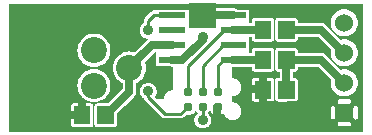
<source format=gtl>
G04 start of page 2 for group 0 idx 0 *
G04 Title: wearlink, top *
G04 Creator: pcb 1.99z *
G04 CreationDate: Sat Feb 23 13:18:20 2013 UTC *
G04 For: dijkstra *
G04 Format: Gerber/RS-274X *
G04 PCB-Dimensions (mil): 1326.38 433.46 *
G04 PCB-Coordinate-Origin: lower left *
%MOIN*%
%FSLAX25Y25*%
%LNTOP*%
%ADD82C,0.0787*%
%ADD81C,0.0390*%
%ADD80C,0.0380*%
%ADD79C,0.0413*%
%ADD78C,0.0394*%
%ADD77C,0.0200*%
%ADD76C,0.0360*%
%ADD75R,0.0200X0.0200*%
%ADD74C,0.0310*%
%ADD73R,0.0551X0.0551*%
%ADD72C,0.0600*%
%ADD71C,0.0866*%
%ADD70C,0.0100*%
%ADD69C,0.0250*%
%ADD68C,0.0001*%
G54D68*G36*
X62417Y7631D02*X62633Y7278D01*
X62914Y6949D01*
X63196Y6708D01*
X62876Y6435D01*
X62590Y6100D01*
X62360Y5724D01*
X62191Y5317D01*
X62088Y4888D01*
X62054Y4449D01*
X62088Y4009D01*
X62191Y3581D01*
X62360Y3174D01*
X62590Y2798D01*
X62876Y2463D01*
X63211Y2177D01*
X63587Y1946D01*
X63994Y1778D01*
X64423Y1675D01*
X64862Y1640D01*
X65302Y1675D01*
X65730Y1778D01*
X66137Y1946D01*
X66513Y2177D01*
X66848Y2463D01*
X67134Y2798D01*
X67365Y3174D01*
X67533Y3581D01*
X67636Y4009D01*
X67662Y4449D01*
X67636Y4888D01*
X67533Y5317D01*
X67365Y5724D01*
X67134Y6100D01*
X66848Y6435D01*
X66528Y6708D01*
X66811Y6949D01*
X67091Y7278D01*
X67107Y7303D01*
X67201Y7457D01*
X67256Y7547D01*
X67307Y7631D01*
X67319Y7602D01*
X67553Y7220D01*
X67844Y6880D01*
X68185Y6589D01*
X68566Y6355D01*
X68980Y6183D01*
X69416Y6079D01*
X69862Y6044D01*
X70309Y6079D01*
X70744Y6183D01*
X71158Y6355D01*
X71540Y6589D01*
X71880Y6880D01*
X71939Y6948D01*
X71940Y6935D01*
X72048Y6483D01*
X72226Y6054D01*
X72468Y5658D01*
X72770Y5305D01*
X73123Y5004D01*
X73519Y4761D01*
X73948Y4583D01*
X74399Y4475D01*
X74862Y4439D01*
X75325Y4475D01*
X75777Y4583D01*
X76206Y4761D01*
X76602Y5004D01*
X76955Y5305D01*
X77256Y5658D01*
X77499Y6054D01*
X77676Y6483D01*
X77785Y6935D01*
X77812Y7398D01*
X77785Y7861D01*
X77676Y8312D01*
X77499Y8741D01*
X77321Y9031D01*
X85295D01*
Y531D01*
X295D01*
Y9031D01*
X20952D01*
X20949Y8976D01*
X20958Y2914D01*
X20995Y2761D01*
X21055Y2616D01*
X21138Y2482D01*
X21240Y2362D01*
X21360Y2260D01*
X21494Y2177D01*
X21639Y2117D01*
X21792Y2080D01*
X21949Y2071D01*
X27617Y2080D01*
X27770Y2117D01*
X27916Y2177D01*
X28050Y2260D01*
X28170Y2362D01*
X28272Y2482D01*
X28354Y2616D01*
X28414Y2761D01*
X28451Y2914D01*
X28460Y3071D01*
X28451Y9031D01*
X28826D01*
X28823Y8976D01*
X28832Y2914D01*
X28869Y2761D01*
X28929Y2616D01*
X29012Y2482D01*
X29114Y2362D01*
X29234Y2260D01*
X29368Y2177D01*
X29513Y2117D01*
X29666Y2080D01*
X29823Y2071D01*
X35491Y2080D01*
X35644Y2117D01*
X35790Y2177D01*
X35924Y2260D01*
X36044Y2362D01*
X36146Y2482D01*
X36228Y2616D01*
X36288Y2761D01*
X36325Y2914D01*
X36334Y3071D01*
X36329Y6592D01*
X38769Y9031D01*
X47674D01*
X51193Y5512D01*
X51231Y5468D01*
X51411Y5314D01*
X51612Y5191D01*
X51830Y5101D01*
X52060Y5045D01*
X52295Y5027D01*
X52354Y5031D01*
X57437D01*
X57496Y5027D01*
X57731Y5045D01*
X57731Y5045D01*
X57961Y5101D01*
X58179Y5191D01*
X58380Y5314D01*
X58560Y5468D01*
X58598Y5512D01*
X59213Y6127D01*
X59416Y6079D01*
X59862Y6044D01*
X60309Y6079D01*
X60744Y6183D01*
X61158Y6355D01*
X61540Y6589D01*
X61880Y6880D01*
X62171Y7220D01*
X62405Y7602D01*
X62417Y7631D01*
G37*
G36*
X33346Y9973D02*X29666Y9967D01*
X29513Y9930D01*
X29368Y9870D01*
X29234Y9788D01*
X29114Y9685D01*
X29012Y9566D01*
X28929Y9432D01*
X28869Y9286D01*
X28832Y9133D01*
X28823Y8976D01*
X28832Y2914D01*
X28869Y2761D01*
X28929Y2616D01*
X29012Y2482D01*
X29114Y2362D01*
X29234Y2260D01*
X29368Y2177D01*
X29513Y2117D01*
X29666Y2080D01*
X29823Y2071D01*
X35491Y2080D01*
X35644Y2117D01*
X35790Y2177D01*
X35924Y2260D01*
X36044Y2362D01*
X36146Y2482D01*
X36228Y2616D01*
X36288Y2761D01*
X36325Y2914D01*
X36334Y3071D01*
X36329Y6592D01*
X41981Y12244D01*
X42049Y12302D01*
X42278Y12571D01*
X42279Y12571D01*
X42464Y12873D01*
X42599Y13200D01*
X42682Y13545D01*
X42710Y13898D01*
X42703Y13986D01*
Y16738D01*
X42963Y16845D01*
X43703Y17299D01*
X44362Y17862D01*
X44926Y18522D01*
X45379Y19262D01*
X45711Y20063D01*
X45913Y20907D01*
X45965Y21772D01*
X45913Y22637D01*
X45711Y23480D01*
X45546Y23879D01*
X48924Y27258D01*
X49295D01*
Y15311D01*
X49068Y15682D01*
X48781Y16018D01*
X48446Y16304D01*
X48070Y16534D01*
X47663Y16703D01*
X47235Y16806D01*
X46795Y16840D01*
X46356Y16806D01*
X45927Y16703D01*
X45520Y16534D01*
X45144Y16304D01*
X44809Y16018D01*
X44523Y15682D01*
X44293Y15307D01*
X44124Y14899D01*
X44021Y14471D01*
X43987Y14031D01*
X44021Y13592D01*
X44124Y13164D01*
X44293Y12756D01*
X44523Y12381D01*
X44809Y12045D01*
X45144Y11759D01*
X45348Y11635D01*
X45364Y11567D01*
X45455Y11348D01*
X45578Y11147D01*
X45578Y11147D01*
X45731Y10968D01*
X45776Y10929D01*
X49295Y7410D01*
Y531D01*
X24705D01*
Y2076D01*
X27617Y2080D01*
X27770Y2117D01*
X27916Y2177D01*
X28050Y2260D01*
X28170Y2362D01*
X28272Y2482D01*
X28354Y2616D01*
X28414Y2761D01*
X28451Y2914D01*
X28460Y3071D01*
X28451Y9133D01*
X28414Y9286D01*
X28354Y9432D01*
X28272Y9566D01*
X28170Y9685D01*
X28050Y9788D01*
X27916Y9870D01*
X27770Y9930D01*
X27617Y9967D01*
X27460Y9976D01*
X24705Y9972D01*
Y11989D01*
X24732Y11957D01*
X25392Y11393D01*
X26132Y10940D01*
X26933Y10608D01*
X27777Y10405D01*
X28642Y10337D01*
X29507Y10405D01*
X30350Y10608D01*
X31152Y10940D01*
X31891Y11393D01*
X32551Y11957D01*
X33115Y12616D01*
X33568Y13356D01*
X33900Y14158D01*
X34102Y15001D01*
X34154Y15866D01*
X34102Y16731D01*
X33900Y17575D01*
X33568Y18376D01*
X33115Y19116D01*
X32551Y19776D01*
X31891Y20339D01*
X31152Y20792D01*
X30350Y21124D01*
X29507Y21327D01*
X28642Y21395D01*
X27777Y21327D01*
X26933Y21124D01*
X26132Y20792D01*
X25392Y20339D01*
X24732Y19776D01*
X24705Y19743D01*
Y23800D01*
X24732Y23768D01*
X25392Y23204D01*
X26132Y22751D01*
X26933Y22419D01*
X27777Y22216D01*
X28642Y22148D01*
X29507Y22216D01*
X30350Y22419D01*
X31152Y22751D01*
X31891Y23204D01*
X32551Y23768D01*
X33115Y24427D01*
X33568Y25167D01*
X33900Y25969D01*
X34102Y26812D01*
X34154Y27677D01*
X34102Y28542D01*
X33900Y29386D01*
X33568Y30187D01*
X33115Y30927D01*
X32551Y31587D01*
X31891Y32150D01*
X31152Y32603D01*
X30350Y32935D01*
X29507Y33138D01*
X28642Y33206D01*
X27777Y33138D01*
X26933Y32935D01*
X26132Y32603D01*
X25392Y32150D01*
X24732Y31587D01*
X24705Y31554D01*
Y43031D01*
X49295D01*
Y41008D01*
X48830D01*
X48772Y41013D01*
X48536Y40994D01*
X48307Y40939D01*
X48089Y40849D01*
X47887Y40725D01*
X47887Y40725D01*
X47708Y40572D01*
X47669Y40527D01*
X45776Y38634D01*
X45731Y38595D01*
X45578Y38416D01*
X45455Y38215D01*
X45364Y37996D01*
X45309Y37767D01*
X45309Y37766D01*
X45291Y37531D01*
X45295Y37473D01*
Y36761D01*
X45101Y36642D01*
X44766Y36356D01*
X44480Y36021D01*
X44249Y35645D01*
X44081Y35238D01*
X43978Y34809D01*
X43943Y34370D01*
X43978Y33931D01*
X44081Y33502D01*
X44249Y33095D01*
X44480Y32719D01*
X44766Y32384D01*
X45101Y32098D01*
X45477Y31868D01*
X45884Y31699D01*
X46313Y31596D01*
X46752Y31561D01*
X47145Y31592D01*
X46967Y31519D01*
X46666Y31334D01*
X46665Y31334D01*
X46396Y31104D01*
X46339Y31037D01*
X42282Y26980D01*
X42161Y27030D01*
X41318Y27232D01*
X40453Y27300D01*
X39588Y27232D01*
X38744Y27030D01*
X37943Y26698D01*
X37203Y26245D01*
X36543Y25681D01*
X35980Y25021D01*
X35527Y24282D01*
X35195Y23480D01*
X34992Y22637D01*
X34924Y21772D01*
X34992Y20907D01*
X35195Y20063D01*
X35527Y19262D01*
X35980Y18522D01*
X36543Y17862D01*
X37203Y17299D01*
X37943Y16845D01*
X38203Y16738D01*
Y14830D01*
X33346Y9973D01*
G37*
G36*
X24705Y531D02*X295D01*
Y43031D01*
X24705D01*
Y31554D01*
X24169Y30927D01*
X23716Y30187D01*
X23384Y29386D01*
X23181Y28542D01*
X23113Y27677D01*
X23181Y26812D01*
X23384Y25969D01*
X23716Y25167D01*
X24169Y24427D01*
X24705Y23800D01*
Y19743D01*
X24169Y19116D01*
X23716Y18376D01*
X23384Y17575D01*
X23181Y16731D01*
X23113Y15866D01*
X23181Y15001D01*
X23384Y14158D01*
X23716Y13356D01*
X24169Y12616D01*
X24705Y11989D01*
Y9972D01*
X21792Y9967D01*
X21639Y9930D01*
X21494Y9870D01*
X21360Y9788D01*
X21240Y9685D01*
X21138Y9566D01*
X21055Y9432D01*
X20995Y9286D01*
X20958Y9133D01*
X20949Y8976D01*
X20958Y2914D01*
X20995Y2761D01*
X21055Y2616D01*
X21138Y2482D01*
X21240Y2362D01*
X21360Y2260D01*
X21494Y2177D01*
X21639Y2117D01*
X21792Y2080D01*
X21949Y2071D01*
X24705Y2076D01*
Y531D01*
G37*
G36*
X46795Y22531D02*X53531D01*
X53588Y22497D01*
X53915Y22361D01*
X54259Y22279D01*
X54612Y22258D01*
X54862D01*
Y14357D01*
X54399Y14320D01*
X53948Y14212D01*
X53519Y14034D01*
X53123Y13792D01*
X52770Y13490D01*
X52468Y13137D01*
X52226Y12741D01*
X52048Y12312D01*
X51940Y11861D01*
X51903Y11398D01*
X49550D01*
X48837Y12111D01*
X49068Y12381D01*
X49298Y12756D01*
X49466Y13164D01*
X49569Y13592D01*
X49595Y14031D01*
X49569Y14471D01*
X49466Y14899D01*
X49298Y15307D01*
X49068Y15682D01*
X48781Y16018D01*
X48446Y16304D01*
X48070Y16534D01*
X47663Y16703D01*
X47235Y16806D01*
X46795Y16840D01*
Y22531D01*
G37*
G36*
X27295Y43031D02*X63295D01*
Y41031D01*
X27295D01*
Y43031D01*
G37*
G36*
X115856D02*X118406D01*
Y512D01*
X115856D01*
Y4598D01*
X115974Y4607D01*
X116089Y4635D01*
X116198Y4680D01*
X116298Y4742D01*
X116388Y4818D01*
X116465Y4908D01*
X116527Y5009D01*
X116572Y5118D01*
X116599Y5233D01*
X116606Y5350D01*
Y8350D01*
X116599Y8468D01*
X116572Y8583D01*
X116527Y8692D01*
X116465Y8793D01*
X116388Y8882D01*
X116298Y8959D01*
X116198Y9021D01*
X116089Y9066D01*
X115974Y9093D01*
X115856Y9103D01*
Y14357D01*
X116128Y14801D01*
X116399Y15456D01*
X116565Y16144D01*
X116606Y16850D01*
X116565Y17557D01*
X116399Y18245D01*
X116128Y18900D01*
X115856Y19343D01*
Y24357D01*
X116128Y24801D01*
X116399Y25456D01*
X116565Y26144D01*
X116606Y26850D01*
X116565Y27557D01*
X116399Y28245D01*
X116128Y28900D01*
X115856Y29343D01*
Y34357D01*
X116128Y34801D01*
X116399Y35456D01*
X116565Y36144D01*
X116606Y36850D01*
X116565Y37557D01*
X116399Y38245D01*
X116128Y38900D01*
X115856Y39343D01*
Y43031D01*
G37*
G36*
Y29343D02*X115758Y29504D01*
X115298Y30042D01*
X114759Y30502D01*
X114156Y30872D01*
X113501Y31143D01*
X112812Y31309D01*
X112106Y31364D01*
Y32337D01*
X112812Y32392D01*
X113501Y32557D01*
X114156Y32828D01*
X114759Y33199D01*
X115298Y33659D01*
X115758Y34197D01*
X115856Y34357D01*
Y29343D01*
G37*
G36*
Y19343D02*X115758Y19504D01*
X115298Y20042D01*
X114759Y20502D01*
X114156Y20872D01*
X113501Y21143D01*
X112812Y21309D01*
X112106Y21364D01*
Y22337D01*
X112812Y22392D01*
X113501Y22557D01*
X114156Y22828D01*
X114759Y23199D01*
X115298Y23659D01*
X115758Y24197D01*
X115856Y24357D01*
Y19343D01*
G37*
G36*
Y512D02*X112106D01*
Y2350D01*
X113606D01*
X113724Y2357D01*
X113839Y2385D01*
X113948Y2430D01*
X114048Y2492D01*
X114138Y2568D01*
X114215Y2658D01*
X114277Y2759D01*
X114322Y2868D01*
X114349Y2983D01*
X114359Y3100D01*
X114349Y3218D01*
X114322Y3333D01*
X114277Y3442D01*
X114215Y3543D01*
X114138Y3632D01*
X114048Y3709D01*
X113948Y3771D01*
X113839Y3816D01*
X113724Y3843D01*
X113606Y3850D01*
X112106D01*
Y9850D01*
X113606D01*
X113724Y9857D01*
X113839Y9885D01*
X113948Y9930D01*
X114048Y9992D01*
X114138Y10068D01*
X114215Y10158D01*
X114277Y10259D01*
X114322Y10368D01*
X114349Y10483D01*
X114359Y10600D01*
X114349Y10718D01*
X114322Y10833D01*
X114277Y10942D01*
X114215Y11043D01*
X114138Y11132D01*
X114048Y11209D01*
X113948Y11271D01*
X113839Y11316D01*
X113724Y11343D01*
X113606Y11350D01*
X112106D01*
Y12337D01*
X112812Y12392D01*
X113501Y12557D01*
X114156Y12828D01*
X114759Y13199D01*
X115298Y13659D01*
X115758Y14197D01*
X115856Y14357D01*
Y9103D01*
X115739Y9093D01*
X115624Y9066D01*
X115515Y9021D01*
X115414Y8959D01*
X115324Y8882D01*
X115248Y8793D01*
X115186Y8692D01*
X115141Y8583D01*
X115113Y8468D01*
X115106Y8350D01*
Y5350D01*
X115113Y5233D01*
X115141Y5118D01*
X115186Y5009D01*
X115248Y4908D01*
X115324Y4818D01*
X115414Y4742D01*
X115515Y4680D01*
X115624Y4635D01*
X115739Y4607D01*
X115856Y4598D01*
Y512D01*
G37*
G36*
X112106Y43031D02*X115856D01*
Y39343D01*
X115758Y39504D01*
X115298Y40042D01*
X114759Y40502D01*
X114156Y40872D01*
X113501Y41143D01*
X112812Y41309D01*
X112106Y41364D01*
Y43031D01*
G37*
G36*
Y21364D02*X112106D01*
X111400Y21309D01*
X110940Y21198D01*
X106102Y26037D01*
X106045Y26104D01*
X105776Y26334D01*
X105775Y26334D01*
X105661Y26404D01*
X105473Y26519D01*
X105242Y26615D01*
X105146Y26654D01*
X104802Y26737D01*
X104449Y26765D01*
X104361Y26758D01*
X102833D01*
Y32258D01*
X103517D01*
X107758Y28016D01*
X107648Y27557D01*
X107592Y26850D01*
X107648Y26144D01*
X107813Y25456D01*
X108084Y24801D01*
X108454Y24197D01*
X108915Y23659D01*
X109453Y23199D01*
X110057Y22828D01*
X110711Y22557D01*
X111400Y22392D01*
X112106Y22337D01*
X112106D01*
Y21364D01*
G37*
G36*
Y512D02*X108356D01*
Y4598D01*
X108474Y4607D01*
X108589Y4635D01*
X108698Y4680D01*
X108798Y4742D01*
X108888Y4818D01*
X108965Y4908D01*
X109027Y5009D01*
X109072Y5118D01*
X109099Y5233D01*
X109106Y5350D01*
Y8350D01*
X109099Y8468D01*
X109072Y8583D01*
X109027Y8692D01*
X108965Y8793D01*
X108888Y8882D01*
X108798Y8959D01*
X108698Y9021D01*
X108589Y9066D01*
X108474Y9093D01*
X108356Y9103D01*
Y14357D01*
X108454Y14197D01*
X108915Y13659D01*
X109453Y13199D01*
X110057Y12828D01*
X110711Y12557D01*
X111400Y12392D01*
X112106Y12337D01*
X112106D01*
Y11350D01*
X110606D01*
X110489Y11343D01*
X110374Y11316D01*
X110265Y11271D01*
X110164Y11209D01*
X110074Y11132D01*
X109998Y11043D01*
X109936Y10942D01*
X109891Y10833D01*
X109863Y10718D01*
X109854Y10600D01*
X109863Y10483D01*
X109891Y10368D01*
X109936Y10259D01*
X109998Y10158D01*
X110074Y10068D01*
X110164Y9992D01*
X110265Y9930D01*
X110374Y9885D01*
X110489Y9857D01*
X110606Y9850D01*
X112106D01*
Y3850D01*
X110606D01*
X110489Y3843D01*
X110374Y3816D01*
X110265Y3771D01*
X110164Y3709D01*
X110074Y3632D01*
X109998Y3543D01*
X109936Y3442D01*
X109891Y3333D01*
X109863Y3218D01*
X109854Y3100D01*
X109863Y2983D01*
X109891Y2868D01*
X109936Y2759D01*
X109998Y2658D01*
X110074Y2568D01*
X110164Y2492D01*
X110265Y2430D01*
X110374Y2385D01*
X110489Y2357D01*
X110606Y2350D01*
X112106D01*
Y512D01*
G37*
G36*
X108356D02*X102833D01*
Y22258D01*
X103517D01*
X107758Y18016D01*
X107648Y17557D01*
X107592Y16850D01*
X107648Y16144D01*
X107813Y15456D01*
X108084Y14801D01*
X108356Y14357D01*
Y9103D01*
X108239Y9093D01*
X108124Y9066D01*
X108015Y9021D01*
X107914Y8959D01*
X107824Y8882D01*
X107748Y8793D01*
X107686Y8692D01*
X107641Y8583D01*
X107613Y8468D01*
X107606Y8350D01*
Y5350D01*
X107613Y5233D01*
X107641Y5118D01*
X107686Y5009D01*
X107748Y4908D01*
X107824Y4818D01*
X107914Y4742D01*
X108015Y4680D01*
X108124Y4635D01*
X108239Y4607D01*
X108356Y4598D01*
Y512D01*
G37*
G36*
X102833Y43031D02*X112106D01*
Y41364D01*
X112106D01*
X111400Y41309D01*
X110711Y41143D01*
X110057Y40872D01*
X109453Y40502D01*
X108915Y40042D01*
X108454Y39504D01*
X108084Y38900D01*
X107813Y38245D01*
X107648Y37557D01*
X107592Y36850D01*
X107648Y36144D01*
X107813Y35456D01*
X108084Y34801D01*
X108454Y34197D01*
X108915Y33659D01*
X109453Y33199D01*
X110057Y32828D01*
X110711Y32557D01*
X111400Y32392D01*
X112106Y32337D01*
X112106D01*
Y31364D01*
X112106D01*
X111400Y31309D01*
X110940Y31198D01*
X106102Y36037D01*
X106045Y36104D01*
X105776Y36334D01*
X105775Y36334D01*
X105661Y36404D01*
X105473Y36519D01*
X105242Y36615D01*
X105146Y36654D01*
X104802Y36737D01*
X104449Y36765D01*
X104361Y36758D01*
X102833D01*
Y43031D01*
G37*
G36*
X87696Y28460D02*X84941Y28456D01*
Y30560D01*
X87853Y30565D01*
X88006Y30601D01*
X88152Y30662D01*
X88286Y30744D01*
X88406Y30846D01*
X88508Y30966D01*
X88590Y31100D01*
X88650Y31245D01*
X88687Y31398D01*
X88696Y31555D01*
X88687Y37617D01*
X88650Y37770D01*
X88590Y37916D01*
X88508Y38050D01*
X88406Y38170D01*
X88286Y38272D01*
X88152Y38354D01*
X88006Y38414D01*
X87853Y38451D01*
X87696Y38460D01*
X84941Y38456D01*
Y43031D01*
X102833D01*
Y36758D01*
X96563D01*
X96561Y37617D01*
X96524Y37770D01*
X96464Y37916D01*
X96382Y38050D01*
X96280Y38170D01*
X96160Y38272D01*
X96026Y38354D01*
X95880Y38414D01*
X95727Y38451D01*
X95570Y38460D01*
X89903Y38451D01*
X89749Y38414D01*
X89604Y38354D01*
X89470Y38272D01*
X89350Y38170D01*
X89248Y38050D01*
X89166Y37916D01*
X89105Y37770D01*
X89069Y37617D01*
X89059Y37460D01*
X89069Y31398D01*
X89105Y31245D01*
X89166Y31100D01*
X89248Y30966D01*
X89350Y30846D01*
X89470Y30744D01*
X89604Y30662D01*
X89749Y30601D01*
X89903Y30565D01*
X90059Y30555D01*
X95727Y30565D01*
X95880Y30601D01*
X96026Y30662D01*
X96160Y30744D01*
X96280Y30846D01*
X96382Y30966D01*
X96464Y31100D01*
X96524Y31245D01*
X96561Y31398D01*
X96570Y31555D01*
X96569Y32258D01*
X102833D01*
Y26758D01*
X96563D01*
X96561Y27617D01*
X96524Y27770D01*
X96464Y27916D01*
X96382Y28050D01*
X96280Y28170D01*
X96160Y28272D01*
X96026Y28354D01*
X95880Y28414D01*
X95727Y28451D01*
X95570Y28460D01*
X89903Y28451D01*
X89749Y28414D01*
X89604Y28354D01*
X89470Y28272D01*
X89350Y28170D01*
X89248Y28050D01*
X89166Y27916D01*
X89105Y27770D01*
X89069Y27617D01*
X89059Y27460D01*
X89069Y21398D01*
X89105Y21245D01*
X89166Y21100D01*
X89248Y20966D01*
X89350Y20846D01*
X89470Y20744D01*
X89604Y20662D01*
X89749Y20601D01*
X89903Y20565D01*
X90059Y20555D01*
X90565Y20556D01*
Y18492D01*
X89903Y18490D01*
X89749Y18454D01*
X89604Y18394D01*
X89470Y18311D01*
X89350Y18209D01*
X89248Y18089D01*
X89166Y17955D01*
X89105Y17810D01*
X89069Y17657D01*
X89059Y17500D01*
X89069Y11438D01*
X89105Y11285D01*
X89166Y11139D01*
X89248Y11005D01*
X89350Y10885D01*
X89470Y10783D01*
X89604Y10701D01*
X89749Y10641D01*
X89903Y10604D01*
X90059Y10595D01*
X95727Y10604D01*
X95880Y10641D01*
X96026Y10701D01*
X96160Y10783D01*
X96280Y10885D01*
X96382Y11005D01*
X96464Y11139D01*
X96524Y11285D01*
X96561Y11438D01*
X96570Y11595D01*
X96561Y17657D01*
X96524Y17810D01*
X96464Y17955D01*
X96382Y18089D01*
X96280Y18209D01*
X96160Y18311D01*
X96026Y18394D01*
X95880Y18454D01*
X95727Y18490D01*
X95570Y18500D01*
X95065Y18499D01*
Y20564D01*
X95727Y20565D01*
X95880Y20601D01*
X96026Y20662D01*
X96160Y20744D01*
X96280Y20846D01*
X96382Y20966D01*
X96464Y21100D01*
X96524Y21245D01*
X96561Y21398D01*
X96570Y21555D01*
X96569Y22258D01*
X102833D01*
Y512D01*
X84941D01*
Y10599D01*
X87853Y10604D01*
X88006Y10641D01*
X88152Y10701D01*
X88286Y10783D01*
X88406Y10885D01*
X88508Y11005D01*
X88590Y11139D01*
X88650Y11285D01*
X88687Y11438D01*
X88696Y11595D01*
X88687Y17657D01*
X88650Y17810D01*
X88590Y17955D01*
X88508Y18089D01*
X88406Y18209D01*
X88286Y18311D01*
X88152Y18394D01*
X88006Y18454D01*
X87853Y18490D01*
X87696Y18500D01*
X84941Y18495D01*
Y20560D01*
X87853Y20565D01*
X88006Y20601D01*
X88152Y20662D01*
X88286Y20744D01*
X88406Y20846D01*
X88508Y20966D01*
X88590Y21100D01*
X88650Y21245D01*
X88687Y21398D01*
X88696Y21555D01*
X88687Y27617D01*
X88650Y27770D01*
X88590Y27916D01*
X88508Y28050D01*
X88406Y28170D01*
X88286Y28272D01*
X88152Y28354D01*
X88006Y28414D01*
X87853Y28451D01*
X87696Y28460D01*
G37*
G36*
X84941Y512D02*X80295D01*
Y22258D01*
X81193D01*
X81195Y21398D01*
X81231Y21245D01*
X81292Y21100D01*
X81374Y20966D01*
X81476Y20846D01*
X81596Y20744D01*
X81730Y20662D01*
X81875Y20601D01*
X82029Y20565D01*
X82185Y20555D01*
X84941Y20560D01*
Y18495D01*
X82029Y18490D01*
X81875Y18454D01*
X81730Y18394D01*
X81596Y18311D01*
X81476Y18209D01*
X81374Y18089D01*
X81292Y17955D01*
X81231Y17810D01*
X81195Y17657D01*
X81185Y17500D01*
X81195Y11438D01*
X81231Y11285D01*
X81292Y11139D01*
X81374Y11005D01*
X81476Y10885D01*
X81596Y10783D01*
X81730Y10701D01*
X81875Y10641D01*
X82029Y10604D01*
X82185Y10595D01*
X84941Y10599D01*
Y512D01*
G37*
G36*
Y38456D02*X82029Y38451D01*
X81875Y38414D01*
X81730Y38354D01*
X81596Y38272D01*
X81476Y38170D01*
X81374Y38050D01*
X81292Y37916D01*
X81231Y37770D01*
X81195Y37617D01*
X81185Y37460D01*
X81187Y36758D01*
X80295D01*
Y43031D01*
X84941D01*
Y38456D01*
G37*
G36*
Y28456D02*X82029Y28451D01*
X81875Y28414D01*
X81730Y28354D01*
X81596Y28272D01*
X81476Y28170D01*
X81374Y28050D01*
X81292Y27916D01*
X81231Y27770D01*
X81195Y27617D01*
X81185Y27460D01*
X81187Y26758D01*
X80295D01*
Y32258D01*
X81193D01*
X81195Y31398D01*
X81231Y31245D01*
X81292Y31100D01*
X81374Y30966D01*
X81476Y30846D01*
X81596Y30744D01*
X81730Y30662D01*
X81875Y30601D01*
X82029Y30565D01*
X82185Y30555D01*
X84941Y30560D01*
Y28456D01*
G37*
G36*
X88795Y43031D02*Y41031D01*
X76770D01*
X76708Y41104D01*
X76584Y41209D01*
X76584D01*
X76439Y41334D01*
X76137Y41519D01*
X75810Y41654D01*
X75465Y41737D01*
X75112Y41758D01*
X66850D01*
X66497Y41737D01*
X66153Y41654D01*
X65826Y41519D01*
X65524Y41334D01*
X65254Y41104D01*
X65193Y41031D01*
X62795D01*
Y43031D01*
X88795D01*
G37*
G36*
X81193Y22258D02*X81195Y21398D01*
X81231Y21245D01*
X81292Y21100D01*
X81374Y20966D01*
X81476Y20846D01*
X81596Y20744D01*
X81730Y20662D01*
X81875Y20601D01*
X82029Y20565D01*
X82185Y20555D01*
X87853Y20565D01*
X88006Y20601D01*
X88152Y20662D01*
X88286Y20744D01*
X88295Y20752D01*
Y18303D01*
X88286Y18311D01*
X88152Y18394D01*
X88006Y18454D01*
X87853Y18490D01*
X87696Y18500D01*
X82029Y18490D01*
X81875Y18454D01*
X81730Y18394D01*
X81596Y18311D01*
X81476Y18209D01*
X81374Y18089D01*
X81292Y17955D01*
X81231Y17810D01*
X81195Y17657D01*
X81185Y17500D01*
X81195Y11438D01*
X81231Y11285D01*
X81292Y11139D01*
X81374Y11005D01*
X81476Y10885D01*
X81596Y10783D01*
X81730Y10701D01*
X81875Y10641D01*
X82029Y10604D01*
X82185Y10595D01*
X87853Y10604D01*
X88006Y10641D01*
X88152Y10701D01*
X88286Y10783D01*
X88295Y10791D01*
Y531D01*
X74795D01*
Y4444D01*
X74862Y4439D01*
X75325Y4475D01*
X75777Y4583D01*
X76206Y4761D01*
X76602Y5004D01*
X76955Y5305D01*
X77256Y5658D01*
X77499Y6054D01*
X77676Y6483D01*
X77785Y6935D01*
X77812Y7398D01*
X77785Y7861D01*
X77676Y8312D01*
X77499Y8741D01*
X77256Y9137D01*
X76955Y9490D01*
X76602Y9792D01*
X76206Y10034D01*
X75777Y10212D01*
X75325Y10320D01*
X74862Y10357D01*
X74795Y10351D01*
Y12444D01*
X74862Y12439D01*
X75325Y12475D01*
X75777Y12583D01*
X76206Y12761D01*
X76602Y13004D01*
X76955Y13305D01*
X77256Y13658D01*
X77499Y14054D01*
X77676Y14483D01*
X77785Y14935D01*
X77812Y15398D01*
X77785Y15861D01*
X77676Y16312D01*
X77499Y16741D01*
X77256Y17137D01*
X76955Y17490D01*
X76602Y17792D01*
X76206Y18034D01*
X75777Y18212D01*
X75325Y18320D01*
X74862Y18357D01*
X74795Y18351D01*
Y22277D01*
X75112Y22258D01*
X81193D01*
G37*
G36*
X60236Y43346D02*X69291D01*
Y35079D01*
X60236D01*
Y43346D01*
G37*
G54D69*X84941Y6811D02*Y18622D01*
Y14685D02*X80610D01*
X24705Y6024D02*X18406D01*
X24508D02*Y10551D01*
X69862Y8898D02*X69795Y8831D01*
Y4531D01*
G54D70*X75112Y24508D02*X74843D01*
G54D69*X75112D02*X84941D01*
X75112Y34508D02*X84941D01*
G54D70*X72087D02*X75112D01*
G54D69*Y39508D02*X66850D01*
X64862Y37520D01*
X92815Y14547D02*Y24508D01*
X104449D01*
X112106Y16850D01*
X92815Y34508D02*X104449D01*
X112106Y26850D01*
X54612Y29508D02*X47992D01*
X54612Y24508D02*X58150D01*
X47992Y29508D02*X40453Y21969D01*
G54D70*X59862Y13898D02*Y22283D01*
X46795Y14031D02*Y13031D01*
X52295Y6531D02*X46795Y12031D01*
Y14031D01*
G54D69*X32579Y6024D02*X40453Y13898D01*
Y21772D01*
G54D70*X64862Y8898D02*Y4449D01*
X57496Y6531D02*X59862Y8898D01*
X57496Y6531D02*X52295D01*
X64862Y13898D02*Y22559D01*
X69862Y13898D02*Y22559D01*
X64862D02*X71811Y29508D01*
X75112D01*
X69862Y22559D02*X71811Y24508D01*
X75112D01*
X59862Y22283D02*X72087Y34508D01*
G54D69*X58150Y24508D02*X64862Y31220D01*
Y32008D01*
G54D70*X46752Y34370D02*X46795Y34413D01*
Y37531D01*
X48772Y39508D01*
X54612D01*
G54D71*X28642Y27677D03*
X40453Y21772D03*
X28642Y15866D03*
G54D68*G36*
X109106Y9850D02*Y3850D01*
X115106D01*
Y9850D01*
X109106D01*
G37*
G54D72*X112106Y16850D03*
Y26850D03*
Y36850D03*
G54D73*X92815Y14744D02*Y14350D01*
X84941Y14744D02*Y14350D01*
Y24705D02*Y24311D01*
Y34705D02*Y34311D01*
X92815Y24705D02*Y24311D01*
Y34705D02*Y34311D01*
X32579Y6221D02*Y5827D01*
X24705Y6221D02*Y5827D01*
G54D74*X64862Y13898D03*
X69862D03*
G54D75*X51362Y34508D02*X57862D01*
X51362Y29508D02*X57862D01*
X51362Y24508D02*X57862D01*
X71862D02*X78362D01*
X71862Y29508D02*X78362D01*
X71862Y34508D02*X78362D01*
X71862Y39508D02*X78362D01*
X51362D02*X57862D01*
G54D74*X59862Y8898D03*
X64862D03*
X69862D03*
X59862Y13898D03*
G54D76*X46752Y34370D03*
X64862Y32008D03*
Y4449D03*
X46795Y14031D03*
X64862Y37520D03*
G54D77*G54D78*G54D79*G54D80*G54D81*G54D80*G54D82*G54D80*M02*

</source>
